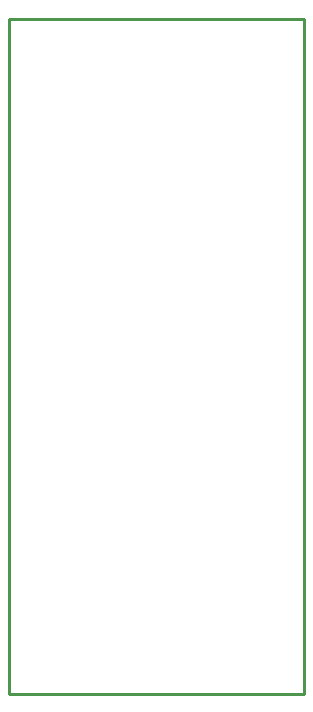
<source format=gm1>
G04*
G04 #@! TF.GenerationSoftware,Altium Limited,Altium Designer,20.2.4 (192)*
G04*
G04 Layer_Color=16711935*
%FSLAX44Y44*%
%MOMM*%
G71*
G04*
G04 #@! TF.SameCoordinates,5829A05F-E1E1-40F9-AA7D-9744E717BD19*
G04*
G04*
G04 #@! TF.FilePolarity,Positive*
G04*
G01*
G75*
%ADD11C,0.2540*%
D11*
X-14732Y20828D02*
X-14732Y-522732D01*
X-14732Y20828D02*
X235458D01*
X235458Y-550672D01*
X-14732D02*
Y-522732D01*
Y-550672D02*
X235458D01*
M02*

</source>
